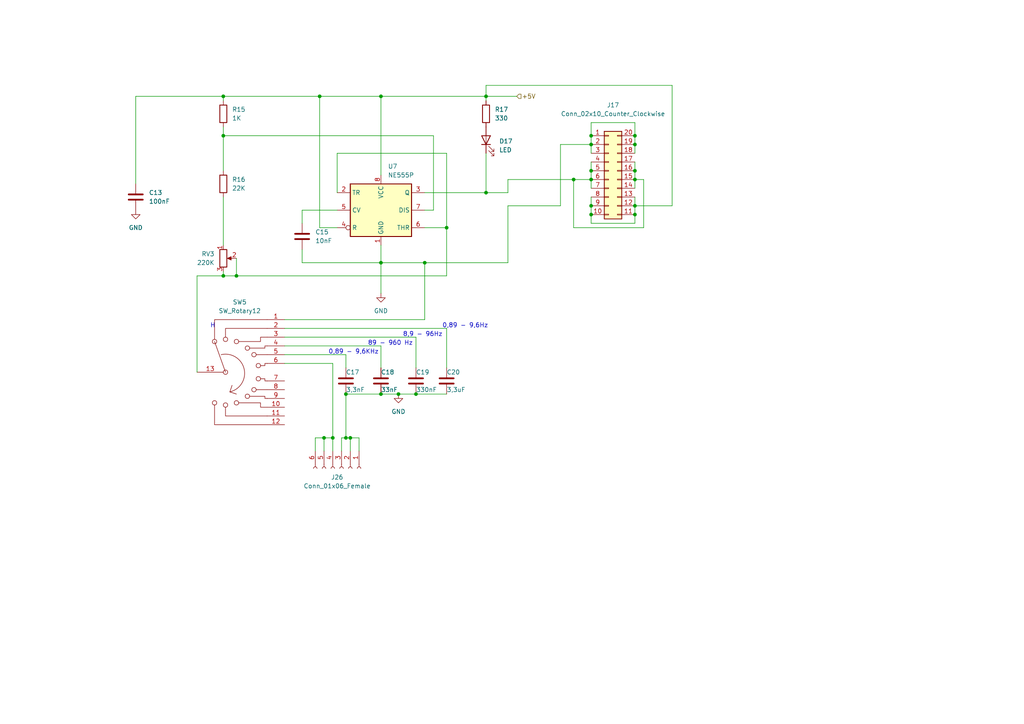
<source format=kicad_sch>
(kicad_sch (version 20211123) (generator eeschema)
  (paper "A4")
  (lib_symbols
    (symbol "Connector:Conn_01x06_Female" (pin_names (offset 1.016) hide)
      (property "Reference" "J" (at 0 7.62 0))
      (property "Value" "Conn_01x06_Female" (at 0 -10.16 0))
      (symbol "Conn_01x06_Female_1_1"
        (arc (start 0 -7.112) (mid -0.508 -7.62) (end 0 -8.128) (stroke (width 0.1524)))
        (arc (start 0 -4.572) (mid -0.508 -5.08) (end 0 -5.588) (stroke (width 0.1524)))
        (arc (start 0 -2.032) (mid -0.508 -2.54) (end 0 -3.048) (stroke (width 0.1524)))
        (polyline (pts (xy -1.27 -7.62) (xy -0.508 -7.62)) (stroke (width 0.1524)))
        (polyline (pts (xy -1.27 -5.08) (xy -0.508 -5.08)) (stroke (width 0.1524)))
        (polyline (pts (xy -1.27 -2.54) (xy -0.508 -2.54)) (stroke (width 0.1524)))
        (polyline (pts (xy -1.27 0) (xy -0.508 0)) (stroke (width 0.1524)))
        (polyline (pts (xy -1.27 2.54) (xy -0.508 2.54)) (stroke (width 0.1524)))
        (polyline (pts (xy -1.27 5.08) (xy -0.508 5.08)) (stroke (width 0.1524)))
        (arc (start 0 0.508) (mid -0.508 0) (end 0 -0.508) (stroke (width 0.1524)))
        (arc (start 0 3.048) (mid -0.508 2.54) (end 0 2.032) (stroke (width 0.1524)))
        (arc (start 0 5.588) (mid -0.508 5.08) (end 0 4.572) (stroke (width 0.1524)))
        (pin passive line (at -5.08 5.08 0) (length 3.81) (name "Pin_1") (number "1"))
        (pin passive line (at -5.08 2.54 0) (length 3.81) (name "Pin_2") (number "2"))
        (pin passive line (at -5.08 0 0) (length 3.81) (name "Pin_3") (number "3"))
        (pin passive line (at -5.08 -2.54 0) (length 3.81) (name "Pin_4") (number "4"))
        (pin passive line (at -5.08 -5.08 0) (length 3.81) (name "Pin_5") (number "5"))
        (pin passive line (at -5.08 -7.62 0) (length 3.81) (name "Pin_6") (number "6"))
      )
    )
    (symbol "Connector_Generic:Conn_02x10_Counter_Clockwise" (pin_names (offset 1.016) hide)
      (property "Reference" "J" (at 1.27 12.7 0))
      (property "Value" "Conn_02x10_Counter_Clockwise" (at 1.27 -15.24 0))
      (symbol "Conn_02x10_Counter_Clockwise_1_1"
        (rectangle (start -1.27 -12.573) (end 0 -12.827) (stroke (width 0.1524)))
        (rectangle (start -1.27 -10.033) (end 0 -10.287) (stroke (width 0.1524)))
        (rectangle (start -1.27 -7.493) (end 0 -7.747) (stroke (width 0.1524)))
        (rectangle (start -1.27 -4.953) (end 0 -5.207) (stroke (width 0.1524)))
        (rectangle (start -1.27 -2.413) (end 0 -2.667) (stroke (width 0.1524)))
        (rectangle (start -1.27 0.127) (end 0 -0.127) (stroke (width 0.1524)))
        (rectangle (start -1.27 2.667) (end 0 2.413) (stroke (width 0.1524)))
        (rectangle (start -1.27 5.207) (end 0 4.953) (stroke (width 0.1524)))
        (rectangle (start -1.27 7.747) (end 0 7.493) (stroke (width 0.1524)))
        (rectangle (start -1.27 10.287) (end 0 10.033) (stroke (width 0.1524)))
        (rectangle (start -1.27 11.43) (end 3.81 -13.97) (stroke (width 0.254)) (fill (type background)))
        (rectangle (start 3.81 -12.573) (end 2.54 -12.827) (stroke (width 0.1524)))
        (rectangle (start 3.81 -10.033) (end 2.54 -10.287) (stroke (width 0.1524)))
        (rectangle (start 3.81 -7.493) (end 2.54 -7.747) (stroke (width 0.1524)))
        (rectangle (start 3.81 -4.953) (end 2.54 -5.207) (stroke (width 0.1524)))
        (rectangle (start 3.81 -2.413) (end 2.54 -2.667) (stroke (width 0.1524)))
        (rectangle (start 3.81 0.127) (end 2.54 -0.127) (stroke (width 0.1524)))
        (rectangle (start 3.81 2.667) (end 2.54 2.413) (stroke (width 0.1524)))
        (rectangle (start 3.81 5.207) (end 2.54 4.953) (stroke (width 0.1524)))
        (rectangle (start 3.81 7.747) (end 2.54 7.493) (stroke (width 0.1524)))
        (rectangle (start 3.81 10.287) (end 2.54 10.033) (stroke (width 0.1524)))
        (pin passive line (at -5.08 10.16 0) (length 3.81) (name "Pin_1") (number "1"))
        (pin passive line (at -5.08 -12.7 0) (length 3.81) (name "Pin_10") (number "10"))
        (pin passive line (at 7.62 -12.7 180) (length 3.81) (name "Pin_11") (number "11"))
        (pin passive line (at 7.62 -10.16 180) (length 3.81) (name "Pin_12") (number "12"))
        (pin passive line (at 7.62 -7.62 180) (length 3.81) (name "Pin_13") (number "13"))
        (pin passive line (at 7.62 -5.08 180) (length 3.81) (name "Pin_14") (number "14"))
        (pin passive line (at 7.62 -2.54 180) (length 3.81) (name "Pin_15") (number "15"))
        (pin passive line (at 7.62 0 180) (length 3.81) (name "Pin_16") (number "16"))
        (pin passive line (at 7.62 2.54 180) (length 3.81) (name "Pin_17") (number "17"))
        (pin passive line (at 7.62 5.08 180) (length 3.81) (name "Pin_18") (number "18"))
        (pin passive line (at 7.62 7.62 180) (length 3.81) (name "Pin_19") (number "19"))
        (pin passive line (at -5.08 7.62 0) (length 3.81) (name "Pin_2") (number "2"))
        (pin passive line (at 7.62 10.16 180) (length 3.81) (name "Pin_20") (number "20"))
        (pin passive line (at -5.08 5.08 0) (length 3.81) (name "Pin_3") (number "3"))
        (pin passive line (at -5.08 2.54 0) (length 3.81) (name "Pin_4") (number "4"))
        (pin passive line (at -5.08 0 0) (length 3.81) (name "Pin_5") (number "5"))
        (pin passive line (at -5.08 -2.54 0) (length 3.81) (name "Pin_6") (number "6"))
        (pin passive line (at -5.08 -5.08 0) (length 3.81) (name "Pin_7") (number "7"))
        (pin passive line (at -5.08 -7.62 0) (length 3.81) (name "Pin_8") (number "8"))
        (pin passive line (at -5.08 -10.16 0) (length 3.81) (name "Pin_9") (number "9"))
      )
    )
    (symbol "Device:C" (pin_numbers hide) (pin_names (offset 0.254))
      (property "Reference" "C" (at 0.635 2.54 0))
      (property "Value" "C" (at 0.635 -2.54 0))
      (symbol "C_0_1"
        (polyline (pts (xy -2.032 -0.762) (xy 2.032 -0.762)) (stroke (width 0.508)))
        (polyline (pts (xy -2.032 0.762) (xy 2.032 0.762)) (stroke (width 0.508)))
      )
      (symbol "C_1_1"
        (pin passive line (at 0 3.81 270) (length 2.794) (name "~") (number "1"))
        (pin passive line (at 0 -3.81 90) (length 2.794) (name "~") (number "2"))
      )
    )
    (symbol "Device:LED" (pin_numbers hide) (pin_names (offset 1.016) hide)
      (property "Reference" "D" (at 0 2.54 0))
      (property "Value" "LED" (at 0 -2.54 0))
      (symbol "LED_0_1"
        (polyline (pts (xy -1.27 -1.27) (xy -1.27 1.27)) (stroke (width 0.254)))
        (polyline (pts (xy -1.27 0) (xy 1.27 0)))
        (polyline (pts (xy 1.27 -1.27) (xy 1.27 1.27) (xy -1.27 0) (xy 1.27 -1.27)) (stroke (width 0.254)))
        (polyline (pts (xy -3.048 -0.762) (xy -4.572 -2.286) (xy -3.81 -2.286) (xy -4.572 -2.286) (xy -4.572 -1.524)))
        (polyline (pts (xy -1.778 -0.762) (xy -3.302 -2.286) (xy -2.54 -2.286) (xy -3.302 -2.286) (xy -3.302 -1.524)))
      )
      (symbol "LED_1_1"
        (pin passive line (at -3.81 0 0) (length 2.54) (name "K") (number "1"))
        (pin passive line (at 3.81 0 180) (length 2.54) (name "A") (number "2"))
      )
    )
    (symbol "Device:R" (pin_numbers hide) (pin_names (offset 0))
      (property "Reference" "R" (at 2.032 0 90))
      (property "Value" "R" (at 0 0 90))
      (symbol "R_0_1"
        (rectangle (start -1.016 -2.54) (end 1.016 2.54) (stroke (width 0.254)))
      )
      (symbol "R_1_1"
        (pin passive line (at 0 3.81 270) (length 1.27) (name "~") (number "1"))
        (pin passive line (at 0 -3.81 90) (length 1.27) (name "~") (number "2"))
      )
    )
    (symbol "Device:R_Potentiometer" (pin_names (offset 1.016) hide)
      (property "Reference" "RV" (at -4.445 0 90))
      (property "Value" "R_Potentiometer" (at -2.54 0 90))
      (symbol "R_Potentiometer_0_1"
        (polyline (pts (xy 2.54 0) (xy 1.524 0)))
        (polyline (pts (xy 1.143 0) (xy 2.286 0.508) (xy 2.286 -0.508) (xy 1.143 0)) (fill (type outline)))
        (rectangle (start 1.016 2.54) (end -1.016 -2.54) (stroke (width 0.254)))
      )
      (symbol "R_Potentiometer_1_1"
        (pin passive line (at 0 3.81 270) (length 1.27) (name "1") (number "1"))
        (pin passive line (at 3.81 0 180) (length 1.27) (name "2") (number "2"))
        (pin passive line (at 0 -3.81 90) (length 1.27) (name "3") (number "3"))
      )
    )
    (symbol "Switch:SW_Rotary12" (pin_names (offset 1.016) hide)
      (property "Reference" "SW" (at 0 17.78 0))
      (property "Value" "SW_Rotary12" (at 0 -17.78 0))
      (symbol "SW_Rotary12_0_0"
        (circle (center -10.16 -8.89) (radius 0.635))
        (circle (center -10.16 8.89) (radius 0.635))
        (circle (center -6.985 -9.525) (radius 0.635))
        (circle (center -6.985 0) (radius 0.635))
        (circle (center -6.985 9.525) (radius 0.635))
        (arc (start -5.715 -5.715) (mid -1.5995 0.937) (end -8.255 5.08))
        (circle (center -3.81 -8.89) (radius 0.635))
        (circle (center -3.81 8.89) (radius 0.635))
        (circle (center -0.635 -6.985) (radius 0.635))
        (circle (center -0.635 6.985) (radius 0.635))
        (polyline (pts (xy -6.985 0) (xy -10.16 8.89)))
        (polyline (pts (xy -5.715 -5.715) (xy -5.08 -3.81)))
        (polyline (pts (xy -5.715 -5.715) (xy -3.81 -6.35)))
        (polyline (pts (xy 1.905 -5.08) (xy 5.08 -5.08)))
        (polyline (pts (xy 1.905 5.08) (xy 5.08 5.08)))
        (polyline (pts (xy -10.16 -9.525) (xy -10.16 -15.24) (xy 5.08 -15.24)))
        (polyline (pts (xy -10.16 9.525) (xy -10.16 15.24) (xy 5.08 15.24)))
        (polyline (pts (xy -6.985 -10.16) (xy -6.985 -12.7) (xy 5.08 -12.7)))
        (polyline (pts (xy -6.985 10.16) (xy -6.985 12.7) (xy 5.08 12.7)))
        (polyline (pts (xy -3.175 -8.89) (xy 3.175 -8.89) (xy 3.175 -10.16) (xy 5.08 -10.16)))
        (polyline (pts (xy -3.175 8.89) (xy 3.175 8.89) (xy 3.175 10.16) (xy 5.08 10.16)))
        (polyline (pts (xy 0 -6.985) (xy 4.445 -6.985) (xy 4.445 -7.62) (xy 5.08 -7.62)))
        (polyline (pts (xy 0 6.985) (xy 4.445 6.985) (xy 4.445 7.62) (xy 5.08 7.62)))
        (polyline (pts (xy 3.175 -1.905) (xy 4.445 -1.905) (xy 4.445 -2.54) (xy 5.08 -2.54)))
        (polyline (pts (xy 3.175 1.905) (xy 4.445 1.905) (xy 4.445 2.54) (xy 5.08 2.54)))
        (circle (center 1.27 -5.08) (radius 0.635))
        (circle (center 1.27 5.08) (radius 0.635))
        (circle (center 2.54 -1.905) (radius 0.635))
        (circle (center 2.54 1.905) (radius 0.635))
      )
      (symbol "SW_Rotary12_0_1"
        (pin passive line (at 10.16 15.24 180) (length 5.08) (name "1") (number "1"))
        (pin passive line (at 10.16 -10.16 180) (length 5.08) (name "10") (number "10"))
        (pin passive line (at 10.16 -12.7 180) (length 5.08) (name "11") (number "11"))
        (pin passive line (at 10.16 -15.24 180) (length 5.08) (name "12") (number "12"))
        (pin passive line (at -15.24 0 0) (length 7.62) (name "13") (number "13"))
        (pin passive line (at 10.16 12.7 180) (length 5.08) (name "2") (number "2"))
        (pin passive line (at 10.16 10.16 180) (length 5.08) (name "3") (number "3"))
        (pin passive line (at 10.16 7.62 180) (length 5.08) (name "4") (number "4"))
        (pin passive line (at 10.16 5.08 180) (length 5.08) (name "5") (number "5"))
        (pin passive line (at 10.16 2.54 180) (length 5.08) (name "6") (number "6"))
        (pin passive line (at 10.16 -2.54 180) (length 5.08) (name "7") (number "7"))
        (pin passive line (at 10.16 -5.08 180) (length 5.08) (name "8") (number "8"))
        (pin passive line (at 10.16 -7.62 180) (length 5.08) (name "9") (number "9"))
      )
    )
    (symbol "Timer:NE555P"
      (property "Reference" "U" (at -10.16 8.89 0))
      (property "Value" "NE555P" (at 2.54 8.89 0))
      (symbol "NE555P_0_0"
        (pin power_in line (at 0 -10.16 90) (length 2.54) (name "GND") (number "1"))
        (pin power_in line (at 0 10.16 270) (length 2.54) (name "VCC") (number "8"))
      )
      (symbol "NE555P_0_1"
        (rectangle (start -8.89 -7.62) (end 8.89 7.62) (stroke (width 0.254)) (fill (type background)))
        (rectangle (start -8.89 -7.62) (end 8.89 7.62) (stroke (width 0.254)) (fill (type background)))
      )
      (symbol "NE555P_1_1"
        (pin input line (at -12.7 5.08 0) (length 3.81) (name "TR") (number "2"))
        (pin output line (at 12.7 5.08 180) (length 3.81) (name "Q") (number "3"))
        (pin input inverted (at -12.7 -5.08 0) (length 3.81) (name "R") (number "4"))
        (pin input line (at -12.7 0 0) (length 3.81) (name "CV") (number "5"))
        (pin input line (at 12.7 -5.08 180) (length 3.81) (name "THR") (number "6"))
        (pin input line (at 12.7 0 180) (length 3.81) (name "DIS") (number "7"))
      )
    )
    (symbol "power:GND" (power) (pin_names (offset 0))
      (property "Value" "GND" (at 0 -3.81 0))
      (symbol "GND_0_1"
        (polyline (pts (xy 0 0) (xy 0 -1.27) (xy 1.27 -1.27) (xy 0 -2.54) (xy -1.27 -1.27) (xy 0 -1.27)))
      )
      (symbol "GND_1_1"
        (pin power_in line (at 0 0 270) (length 0) hide (name "GND") (number "1"))
      )
    )
  )
  (junction (at 184.15 59.69))
  (junction (at 68.58 80.01))
  (junction (at 184.15 41.91))
  (junction (at 129.54 66.04))
  (junction (at 110.49 76.2))
  (junction (at 110.49 114.3))
  (junction (at 64.77 27.94))
  (junction (at 140.97 27.94))
  (junction (at 110.49 27.94))
  (junction (at 171.45 62.23))
  (junction (at 184.15 39.37))
  (junction (at 96.52 127))
  (junction (at 171.45 52.07))
  (junction (at 115.57 114.3))
  (junction (at 64.77 39.37))
  (junction (at 120.65 114.3))
  (junction (at 92.71 27.94))
  (junction (at 184.15 49.53))
  (junction (at 100.33 114.3))
  (junction (at 100.33 127))
  (junction (at 64.77 80.01))
  (junction (at 140.97 55.88))
  (junction (at 184.15 52.07))
  (junction (at 123.19 76.2))
  (junction (at 171.45 39.37))
  (junction (at 171.45 59.69))
  (junction (at 171.45 41.91))
  (junction (at 171.45 49.53))
  (junction (at 93.98 127))
  (junction (at 166.37 52.07))
  (junction (at 184.15 62.23))
  (junction (at 101.6 127))
  (wire (pts (xy 171.45 46.99) (xy 171.45 49.53)))
  (wire (pts (xy 184.15 49.53) (xy 184.15 52.07)))
  (wire (pts (xy 110.49 76.2) (xy 110.49 85.09)))
  (wire (pts (xy 162.56 59.69) (xy 162.56 41.91)))
  (wire (pts (xy 82.55 100.33) (xy 110.49 100.33)))
  (wire (pts (xy 184.15 39.37) (xy 184.15 41.91)))
  (wire (pts (xy 140.97 55.88) (xy 147.32 55.88)))
  (wire (pts (xy 147.32 52.07) (xy 147.32 55.88)))
  (wire (pts (xy 171.45 39.37) (xy 171.45 41.91)))
  (wire (pts (xy 171.45 52.07) (xy 171.45 54.61)))
  (wire (pts (xy 171.45 49.53) (xy 171.45 52.07)))
  (wire (pts (xy 64.77 36.83) (xy 64.77 39.37)))
  (wire (pts (xy 64.77 80.01) (xy 64.77 78.74)))
  (wire (pts (xy 93.98 127) (xy 96.52 127)))
  (wire (pts (xy 123.19 76.2) (xy 147.32 76.2)))
  (wire (pts (xy 82.55 97.79) (xy 120.65 97.79)))
  (wire (pts (xy 64.77 57.15) (xy 64.77 71.12)))
  (wire (pts (xy 186.69 52.07) (xy 186.69 66.04)))
  (wire (pts (xy 100.33 127) (xy 101.6 127)))
  (wire (pts (xy 171.45 52.07) (xy 166.37 52.07)))
  (wire (pts (xy 110.49 27.94) (xy 140.97 27.94)))
  (wire (pts (xy 120.65 114.3) (xy 129.54 114.3)))
  (wire (pts (xy 92.71 27.94) (xy 92.71 66.04)))
  (wire (pts (xy 87.63 60.96) (xy 87.63 64.77)))
  (wire (pts (xy 140.97 27.94) (xy 149.86 27.94)))
  (wire (pts (xy 68.58 80.01) (xy 129.54 80.01)))
  (wire (pts (xy 147.32 59.69) (xy 147.32 76.2)))
  (wire (pts (xy 82.55 92.71) (xy 123.19 92.71)))
  (wire (pts (xy 140.97 44.45) (xy 140.97 55.88)))
  (wire (pts (xy 147.32 59.69) (xy 162.56 59.69)))
  (wire (pts (xy 82.55 105.41) (xy 96.52 105.41)))
  (wire (pts (xy 184.15 46.99) (xy 184.15 49.53)))
  (wire (pts (xy 184.15 52.07) (xy 186.69 52.07)))
  (wire (pts (xy 171.45 59.69) (xy 171.45 62.23)))
  (wire (pts (xy 100.33 102.87) (xy 100.33 106.68)))
  (wire (pts (xy 110.49 100.33) (xy 110.49 106.68)))
  (wire (pts (xy 123.19 66.04) (xy 129.54 66.04)))
  (wire (pts (xy 171.45 64.77) (xy 171.45 62.23)))
  (wire (pts (xy 140.97 55.88) (xy 123.19 55.88)))
  (wire (pts (xy 92.71 27.94) (xy 64.77 27.94)))
  (wire (pts (xy 68.58 74.93) (xy 68.58 80.01)))
  (wire (pts (xy 166.37 52.07) (xy 147.32 52.07)))
  (wire (pts (xy 171.45 35.56) (xy 171.45 39.37)))
  (wire (pts (xy 82.55 95.25) (xy 129.54 95.25)))
  (wire (pts (xy 129.54 44.45) (xy 97.79 44.45)))
  (wire (pts (xy 101.6 127) (xy 104.14 127)))
  (wire (pts (xy 140.97 24.765) (xy 194.945 24.765)))
  (wire (pts (xy 68.58 80.01) (xy 64.77 80.01)))
  (wire (pts (xy 123.19 60.96) (xy 125.73 60.96)))
  (wire (pts (xy 125.73 60.96) (xy 125.73 39.37)))
  (wire (pts (xy 184.15 57.15) (xy 184.15 59.69)))
  (wire (pts (xy 104.14 127) (xy 104.14 130.81)))
  (wire (pts (xy 123.19 92.71) (xy 123.19 76.2)))
  (wire (pts (xy 186.69 66.04) (xy 166.37 66.04)))
  (wire (pts (xy 129.54 80.01) (xy 129.54 66.04)))
  (wire (pts (xy 87.63 72.39) (xy 87.63 76.2)))
  (wire (pts (xy 162.56 41.91) (xy 171.45 41.91)))
  (wire (pts (xy 101.6 127) (xy 101.6 130.81)))
  (wire (pts (xy 57.15 80.01) (xy 64.77 80.01)))
  (wire (pts (xy 91.44 130.81) (xy 91.44 127)))
  (wire (pts (xy 39.37 27.94) (xy 64.77 27.94)))
  (wire (pts (xy 129.54 95.25) (xy 129.54 106.68)))
  (wire (pts (xy 194.945 59.69) (xy 184.15 59.69)))
  (wire (pts (xy 184.15 62.23) (xy 184.15 64.77)))
  (wire (pts (xy 120.65 97.79) (xy 120.65 106.68)))
  (wire (pts (xy 97.79 66.04) (xy 92.71 66.04)))
  (wire (pts (xy 99.06 127) (xy 100.33 127)))
  (wire (pts (xy 96.52 127) (xy 96.52 105.41)))
  (wire (pts (xy 87.63 76.2) (xy 110.49 76.2)))
  (wire (pts (xy 93.98 127) (xy 93.98 130.81)))
  (wire (pts (xy 97.79 44.45) (xy 97.79 55.88)))
  (wire (pts (xy 82.55 102.87) (xy 100.33 102.87)))
  (wire (pts (xy 171.45 41.91) (xy 171.45 44.45)))
  (wire (pts (xy 184.15 64.77) (xy 171.45 64.77)))
  (wire (pts (xy 100.33 114.3) (xy 100.33 127)))
  (wire (pts (xy 64.77 39.37) (xy 125.73 39.37)))
  (wire (pts (xy 123.19 76.2) (xy 110.49 76.2)))
  (wire (pts (xy 184.15 52.07) (xy 184.15 54.61)))
  (wire (pts (xy 97.79 60.96) (xy 87.63 60.96)))
  (wire (pts (xy 184.15 35.56) (xy 171.45 35.56)))
  (wire (pts (xy 57.15 107.95) (xy 57.15 80.01)))
  (wire (pts (xy 99.06 130.81) (xy 99.06 127)))
  (wire (pts (xy 140.97 27.94) (xy 140.97 24.765)))
  (wire (pts (xy 140.97 27.94) (xy 140.97 29.21)))
  (wire (pts (xy 96.52 130.81) (xy 96.52 127)))
  (wire (pts (xy 39.37 53.34) (xy 39.37 27.94)))
  (wire (pts (xy 110.49 27.94) (xy 92.71 27.94)))
  (wire (pts (xy 110.49 76.2) (xy 110.49 71.12)))
  (wire (pts (xy 64.77 39.37) (xy 64.77 49.53)))
  (wire (pts (xy 91.44 127) (xy 93.98 127)))
  (wire (pts (xy 115.57 114.3) (xy 120.65 114.3)))
  (wire (pts (xy 129.54 66.04) (xy 129.54 44.45)))
  (wire (pts (xy 64.77 27.94) (xy 64.77 29.21)))
  (wire (pts (xy 184.15 59.69) (xy 184.15 62.23)))
  (wire (pts (xy 171.45 57.15) (xy 171.45 59.69)))
  (wire (pts (xy 110.49 114.3) (xy 115.57 114.3)))
  (wire (pts (xy 194.945 24.765) (xy 194.945 59.69)))
  (wire (pts (xy 184.15 39.37) (xy 184.15 35.56)))
  (wire (pts (xy 166.37 52.07) (xy 166.37 66.04)))
  (wire (pts (xy 100.33 114.3) (xy 110.49 114.3)))
  (wire (pts (xy 110.49 50.8) (xy 110.49 27.94)))
  (wire (pts (xy 184.15 41.91) (xy 184.15 44.45)))
  (text "0,89 - 9,6Hz" (at 128.27 95.25 0) (effects (font (size 1.27 1.27)) (justify left bottom)))
  (text "0,89 - 9,6KHz" (at 95.25 102.87 0) (effects (font (size 1.27 1.27)) (justify left bottom)))
  (text "8,9 - 96Hz" (at 116.84 97.79 0) (effects (font (size 1.27 1.27)) (justify left bottom)))
  (text "H" (at 60.96 95.25 0) (effects (font (size 1.27 1.27)) (justify left bottom)))
  (text "89 - 960 Hz" (at 106.68 100.33 0) (effects (font (size 1.27 1.27)) (justify left bottom)))
  (hierarchical_label "+5V" (shape input) (at 149.86 27.94 0))
  (symbol (lib_id "Device:R") (at 140.97 33.02 0) (unit 1)
    (property "Reference" "R17" (at 143.51 31.7499 0) (effects (justify left)))
    (property "Value" "330" (at 143.51 34.2899 0) (effects (justify left)))
    (property "Footprint" "Resistor_THT:R_Axial_DIN0207_L6.3mm_D2.5mm_P10.16mm_Horizontal" (effects hide))
  )
  (symbol (lib_id "Connector:Conn_01x06_Female") (at 99.06 135.89 270) (unit 1)
    (property "Reference" "J26" (at 97.79 138.43 90))
    (property "Value" "Conn_01x06_Female" (at 97.79 140.97 90))
    (property "Footprint" "Connector_PinHeader_2.54mm:PinHeader_1x06_P2.54mm_Vertical" (effects hide))
  )
  (symbol (lib_id "Device:R") (at 64.77 53.34 0) (unit 1)
    (property "Reference" "R16" (at 67.31 52.0699 0) (effects (justify left)))
    (property "Value" "22K" (at 67.31 54.6099 0) (effects (justify left)))
    (property "Footprint" "Resistor_THT:R_Axial_DIN0207_L6.3mm_D2.5mm_P10.16mm_Horizontal" (effects hide))
  )
  (symbol (lib_id "Connector_Generic:Conn_02x10_Counter_Clockwise") (at 176.53 49.53 0) (unit 1)
    (property "Reference" "J17" (at 177.8 30.48 0))
    (property "Value" "Conn_02x10_Counter_Clockwise" (at 177.8 33.02 0))
    (property "Footprint" "Connector_PinHeader_2.54mm:PinHeader_2x10_P2.54mm_Vertical" (effects hide))
  )
  (symbol (lib_id "power:GND") (at 115.57 114.3 0) (unit 1)
    (property "Reference" "#PWR0115" (effects hide))
    (property "Value" "GND" (at 115.57 119.38 0))
  )
  (symbol (lib_id "Device:C") (at 39.37 57.15 0) (unit 1)
    (property "Reference" "C13" (at 43.18 55.8799 0) (effects (justify left)))
    (property "Value" "100nF" (at 43.18 58.4199 0) (effects (justify left)))
    (property "Footprint" "Capacitor_THT:C_Axial_L5.1mm_D3.1mm_P7.50mm_Horizontal" (effects hide))
  )
  (symbol (lib_id "power:GND") (at 110.49 85.09 0) (unit 1)
    (property "Reference" "#PWR0114" (effects hide))
    (property "Value" "GND" (at 110.49 90.17 0))
  )
  (symbol (lib_id "Timer:NE555P") (at 110.49 60.96 0) (unit 1)
    (property "Reference" "U7" (at 112.5094 48.26 0) (effects (justify left)))
    (property "Value" "NE555P" (at 112.5094 50.8 0) (effects (justify left)))
    (property "Footprint" "Package_DIP:DIP-8_W7.62mm" (effects hide))
    (property "Datasheet" "http://www.ti.com/lit/ds/symlink/ne555.pdf" (effects hide))
  )
  (symbol (lib_id "Device:R") (at 64.77 33.02 0) (unit 1)
    (property "Reference" "R15" (at 67.31 31.7499 0) (effects (justify left)))
    (property "Value" "1K" (at 67.31 34.2899 0) (effects (justify left)))
    (property "Footprint" "Resistor_THT:R_Axial_DIN0207_L6.3mm_D2.5mm_P10.16mm_Horizontal" (effects hide))
  )
  (symbol (lib_id "Device:C") (at 100.33 110.49 0) (unit 1)
    (property "Reference" "C17" (at 100.33 107.95 0) (effects (justify left)))
    (property "Value" "3,3nF" (at 100.33 113.03 0) (effects (justify left)))
    (property "Footprint" "Capacitor_THT:C_Axial_L5.1mm_D3.1mm_P7.50mm_Horizontal" (effects hide))
  )
  (symbol (lib_id "Device:R_Potentiometer") (at 64.77 74.93 0) (unit 1)
    (property "Reference" "RV3" (at 62.23 73.6599 0) (effects (justify right)))
    (property "Value" "220K" (at 62.23 76.1999 0) (effects (justify right)))
    (property "Footprint" "Potentiometer_THT:Potentiometer_ACP_CA14V-15_Vertical" (effects hide))
  )
  (symbol (lib_id "Switch:SW_Rotary12") (at 72.39 107.95 0) (unit 1)
    (property "Reference" "SW5" (at 69.5325 87.63 0))
    (property "Value" "SW_Rotary12" (at 69.5325 90.17 0))
    (property "Footprint" "RotarySwitch:Commutatore 2x6" (effects hide))
    (property "Datasheet" "http://cdn-reichelt.de/documents/datenblatt/C200/DS-Serie%23LOR.pdf" (effects hide))
  )
  (symbol (lib_id "power:GND") (at 39.37 60.96 0) (unit 1)
    (property "Reference" "#PWR0116" (effects hide))
    (property "Value" "GND" (at 39.37 66.04 0))
  )
  (symbol (lib_id "Device:C") (at 87.63 68.58 0) (unit 1)
    (property "Reference" "C15" (at 91.44 67.3099 0) (effects (justify left)))
    (property "Value" "10nF" (at 91.44 69.8499 0) (effects (justify left)))
    (property "Footprint" "Capacitor_THT:C_Axial_L5.1mm_D3.1mm_P7.50mm_Horizontal" (effects hide))
  )
  (symbol (lib_id "Device:C") (at 129.54 110.49 0) (unit 1)
    (property "Reference" "C20" (at 129.54 107.95 0) (effects (justify left)))
    (property "Value" "3,3uF" (at 129.54 113.03 0) (effects (justify left)))
    (property "Footprint" "Capacitor_THT:C_Axial_L5.1mm_D3.1mm_P7.50mm_Horizontal" (effects hide))
  )
  (symbol (lib_id "Device:C") (at 120.65 110.49 0) (unit 1)
    (property "Reference" "C19" (at 120.65 107.95 0) (effects (justify left)))
    (property "Value" "330nF" (at 120.65 113.03 0) (effects (justify left)))
    (property "Footprint" "Capacitor_THT:C_Axial_L5.1mm_D3.1mm_P7.50mm_Horizontal" (effects hide))
  )
  (symbol (lib_id "Device:LED") (at 140.97 40.64 90) (unit 1)
    (property "Reference" "D17" (at 144.78 40.9574 90) (effects (justify right)))
    (property "Value" "LED" (at 144.78 43.4974 90) (effects (justify right)))
    (property "Footprint" "LED_THT:LED_D5.0mm" (effects hide))
  )
  (symbol (lib_id "Device:C") (at 110.49 110.49 0) (unit 1)
    (property "Reference" "C18" (at 110.49 107.95 0) (effects (justify left)))
    (property "Value" "33nF" (at 110.49 113.03 0) (effects (justify left)))
    (property "Footprint" "Capacitor_THT:C_Axial_L5.1mm_D3.1mm_P7.50mm_Horizontal" (effects hide))
  )
)
</source>
